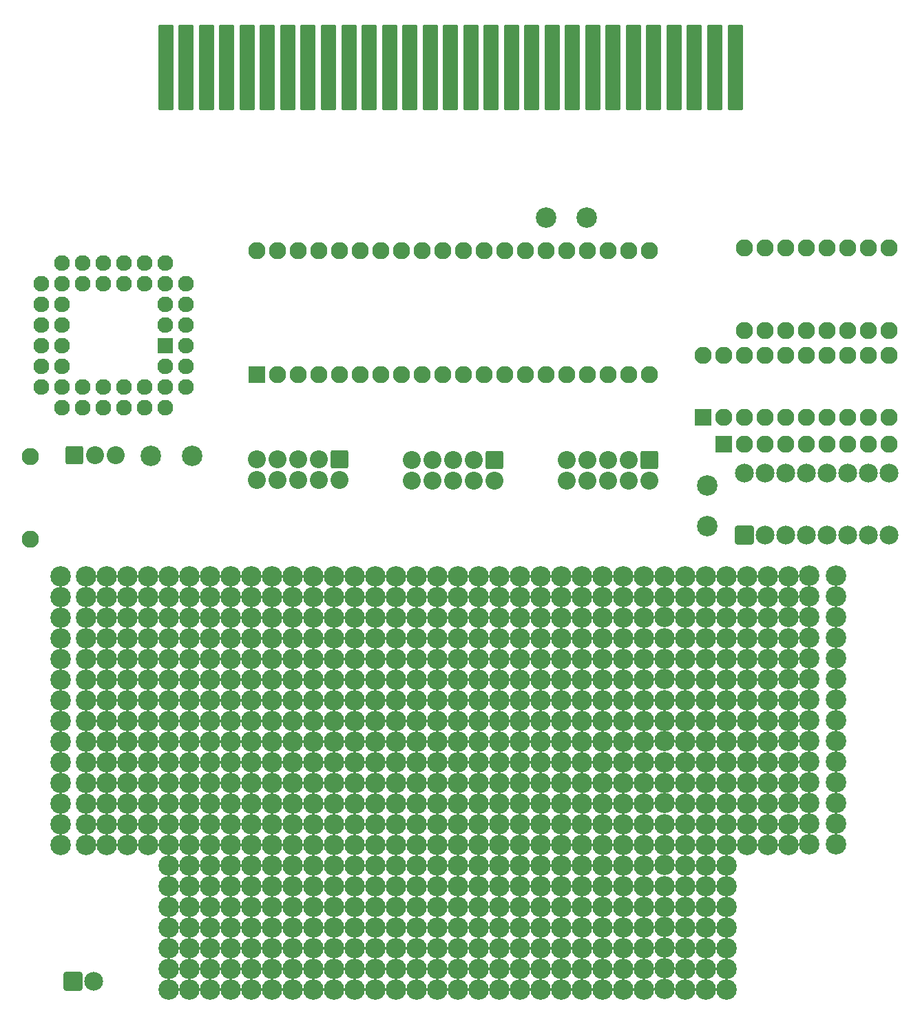
<source format=gts>
%TF.GenerationSoftware,KiCad,Pcbnew,(6.0.8)*%
%TF.CreationDate,2022-11-12T14:36:56+01:00*%
%TF.ProjectId,m061,6d303631-2e6b-4696-9361-645f70636258,1.0*%
%TF.SameCoordinates,Original*%
%TF.FileFunction,Soldermask,Top*%
%TF.FilePolarity,Negative*%
%FSLAX46Y46*%
G04 Gerber Fmt 4.6, Leading zero omitted, Abs format (unit mm)*
G04 Created by KiCad (PCBNEW (6.0.8)) date 2022-11-12 14:36:56*
%MOMM*%
%LPD*%
G01*
G04 APERTURE LIST*
G04 Aperture macros list*
%AMRoundRect*
0 Rectangle with rounded corners*
0 $1 Rounding radius*
0 $2 $3 $4 $5 $6 $7 $8 $9 X,Y pos of 4 corners*
0 Add a 4 corners polygon primitive as box body*
4,1,4,$2,$3,$4,$5,$6,$7,$8,$9,$2,$3,0*
0 Add four circle primitives for the rounded corners*
1,1,$1+$1,$2,$3*
1,1,$1+$1,$4,$5*
1,1,$1+$1,$6,$7*
1,1,$1+$1,$8,$9*
0 Add four rect primitives between the rounded corners*
20,1,$1+$1,$2,$3,$4,$5,0*
20,1,$1+$1,$4,$5,$6,$7,0*
20,1,$1+$1,$6,$7,$8,$9,0*
20,1,$1+$1,$8,$9,$2,$3,0*%
%AMFreePoly0*
4,1,21,0.796972,5.234655,0.879375,5.179595,0.934435,5.097192,0.953770,4.999990,0.953770,-4.999990,0.934435,-5.097192,0.879375,-5.179595,0.796972,-5.234655,0.699770,-5.253990,-0.699770,-5.253990,-0.796972,-5.234655,-0.879375,-5.179595,-0.934435,-5.097192,-0.953770,-4.999990,-0.953770,4.999990,-0.934435,5.097192,-0.879375,5.179595,-0.796972,5.234655,-0.699770,5.253990,0.699770,5.253990,
0.796972,5.234655,0.796972,5.234655,$1*%
G04 Aperture macros list end*
%ADD10C,2.508000*%
%ADD11C,2.108000*%
%ADD12O,2.108000X2.108000*%
%ADD13RoundRect,0.254000X-0.900000X-0.900000X0.900000X-0.900000X0.900000X0.900000X-0.900000X0.900000X0*%
%ADD14C,2.308000*%
%ADD15RoundRect,0.254000X0.900000X-0.900000X0.900000X0.900000X-0.900000X0.900000X-0.900000X-0.900000X0*%
%ADD16RoundRect,0.254000X-0.850000X0.850000X-0.850000X-0.850000X0.850000X-0.850000X0.850000X0.850000X0*%
%ADD17O,2.208000X2.208000*%
%ADD18RoundRect,0.254000X0.800000X-0.800000X0.800000X0.800000X-0.800000X0.800000X-0.800000X-0.800000X0*%
%ADD19FreePoly0,180.000000*%
%ADD20RoundRect,0.254000X0.850000X-0.850000X0.850000X0.850000X-0.850000X0.850000X-0.850000X-0.850000X0*%
%ADD21RoundRect,0.254000X-0.800000X-0.800000X0.800000X-0.800000X0.800000X0.800000X-0.800000X0.800000X0*%
%ADD22RoundRect,0.254000X-0.711200X0.711200X-0.711200X-0.711200X0.711200X-0.711200X0.711200X0.711200X0*%
%ADD23C,1.930400*%
G04 APERTURE END LIST*
D10*
%TO.C,*%
X74295000Y-104140000D03*
%TD*%
%TO.C,*%
X99687939Y-121888344D03*
%TD*%
%TO.C,*%
X69215000Y-147320000D03*
%TD*%
%TO.C,*%
X102235000Y-111760000D03*
%TD*%
%TO.C,*%
X41275000Y-147320000D03*
%TD*%
%TO.C,*%
X102235000Y-139700000D03*
%TD*%
%TO.C,*%
X99687939Y-109220000D03*
%TD*%
%TO.C,*%
X81880422Y-144780000D03*
%TD*%
%TO.C,*%
X97129189Y-134604172D03*
%TD*%
%TO.C,*%
X28575000Y-132080000D03*
%TD*%
%TO.C,*%
X114927939Y-126984172D03*
%TD*%
%TO.C,*%
X59055000Y-127000000D03*
%TD*%
%TO.C,*%
X94615000Y-142240000D03*
%TD*%
%TO.C,*%
X94615000Y-111760000D03*
%TD*%
%TO.C,*%
X86995000Y-104140000D03*
%TD*%
%TO.C,*%
X69215000Y-132080000D03*
%TD*%
%TO.C,*%
X79363068Y-126991396D03*
%TD*%
%TO.C,*%
X48895000Y-142240000D03*
%TD*%
%TO.C,*%
X84455000Y-152400000D03*
%TD*%
%TO.C,*%
X99687939Y-149828344D03*
%TD*%
%TO.C,*%
X31115000Y-127000000D03*
%TD*%
%TO.C,*%
X102235000Y-132080000D03*
%TD*%
%TO.C,*%
X36195000Y-116840000D03*
%TD*%
%TO.C,*%
X25400000Y-111760000D03*
%TD*%
%TO.C,*%
X61595000Y-114300000D03*
%TD*%
%TO.C,*%
X84455000Y-129540000D03*
%TD*%
%TO.C,*%
X59055000Y-116840000D03*
%TD*%
%TO.C,*%
X25400000Y-109220000D03*
%TD*%
%TO.C,*%
X74295000Y-142240000D03*
%TD*%
%TO.C,*%
X89535000Y-116840000D03*
%TD*%
%TO.C,*%
X79375000Y-124460000D03*
%TD*%
%TO.C,*%
X107315000Y-124460000D03*
%TD*%
%TO.C,*%
X92075000Y-109220000D03*
%TD*%
%TO.C,*%
X99687939Y-139700000D03*
%TD*%
%TO.C,*%
X86995000Y-101600000D03*
%TD*%
%TO.C,*%
X46355000Y-129540000D03*
%TD*%
%TO.C,*%
X69215000Y-142240000D03*
%TD*%
%TO.C,*%
X79363068Y-152387094D03*
%TD*%
%TO.C,*%
X74295000Y-121920000D03*
%TD*%
D11*
%TO.C,R1*%
X109474000Y-61214000D03*
D12*
X109474000Y-71374000D03*
%TD*%
D10*
%TO.C,*%
X81880422Y-114300000D03*
%TD*%
%TO.C,*%
X74295000Y-152400000D03*
%TD*%
%TO.C,*%
X56515000Y-124460000D03*
%TD*%
%TO.C,*%
X51435000Y-121920000D03*
%TD*%
%TO.C,*%
X89535000Y-114300000D03*
%TD*%
%TO.C,*%
X94615000Y-104140000D03*
%TD*%
%TO.C,*%
X56515000Y-129540000D03*
%TD*%
%TO.C,*%
X76835000Y-124460000D03*
%TD*%
%TO.C,*%
X102235000Y-101600000D03*
%TD*%
%TO.C,*%
X107315000Y-121920000D03*
%TD*%
%TO.C,*%
X92075000Y-147320000D03*
%TD*%
%TO.C,*%
X112369189Y-116839999D03*
%TD*%
%TO.C,*%
X56515000Y-119380000D03*
%TD*%
%TO.C,*%
X79363068Y-144767094D03*
%TD*%
%TO.C,*%
X79363068Y-129527094D03*
%TD*%
%TO.C,*%
X51435000Y-111760000D03*
%TD*%
%TO.C,*%
X56515000Y-137160000D03*
%TD*%
%TO.C,*%
X28575000Y-114300000D03*
%TD*%
%TO.C,*%
X76835000Y-119380000D03*
%TD*%
%TO.C,*%
X97129189Y-126984172D03*
%TD*%
%TO.C,*%
X74295000Y-149860000D03*
%TD*%
%TO.C,*%
X109855000Y-132080000D03*
%TD*%
%TO.C,*%
X36195000Y-104140000D03*
%TD*%
%TO.C,*%
X41275000Y-119380000D03*
%TD*%
%TO.C,*%
X56515000Y-109220000D03*
%TD*%
%TO.C,*%
X92075000Y-142240000D03*
%TD*%
%TO.C,*%
X109855000Y-119380000D03*
%TD*%
%TO.C,*%
X112369189Y-134604172D03*
%TD*%
%TO.C,*%
X66675000Y-101600000D03*
%TD*%
%TO.C,*%
X31115000Y-101600000D03*
%TD*%
%TO.C,*%
X86995000Y-147320000D03*
%TD*%
%TO.C,*%
X99687939Y-119364172D03*
%TD*%
%TO.C,*%
X38735000Y-139700000D03*
%TD*%
%TO.C,*%
X74295000Y-109220000D03*
%TD*%
%TO.C,*%
X53975000Y-111760000D03*
%TD*%
%TO.C,*%
X43815000Y-137160000D03*
%TD*%
%TO.C,*%
X76835000Y-127000000D03*
%TD*%
%TO.C,*%
X53975000Y-152400000D03*
%TD*%
%TO.C,*%
X84455000Y-149860000D03*
%TD*%
%TO.C,*%
X71755000Y-116840000D03*
%TD*%
%TO.C,*%
X71755000Y-124460000D03*
%TD*%
%TO.C,*%
X46355000Y-116840000D03*
%TD*%
%TO.C,*%
X112369189Y-109219999D03*
%TD*%
%TO.C,*%
X92075000Y-114300000D03*
%TD*%
%TO.C,*%
X69215000Y-149860000D03*
%TD*%
%TO.C,*%
X92075000Y-152400000D03*
%TD*%
%TO.C,*%
X102235000Y-134620000D03*
%TD*%
%TO.C,*%
X107315000Y-116840000D03*
%TD*%
%TO.C,*%
X48895000Y-132080000D03*
%TD*%
%TO.C,*%
X76835000Y-101600000D03*
%TD*%
%TO.C,*%
X114927939Y-124460000D03*
%TD*%
%TO.C,*%
X104775000Y-139700000D03*
%TD*%
%TO.C,*%
X36195000Y-121920000D03*
%TD*%
%TO.C,*%
X33655000Y-116840000D03*
%TD*%
%TO.C,*%
X69215000Y-144780000D03*
%TD*%
%TO.C,*%
X46355000Y-121920000D03*
%TD*%
%TO.C,*%
X76835000Y-139700000D03*
%TD*%
%TO.C,*%
X89535000Y-149860000D03*
%TD*%
%TO.C,*%
X53975000Y-121920000D03*
%TD*%
%TO.C,*%
X89535000Y-106680000D03*
%TD*%
%TO.C,*%
X86995000Y-137160000D03*
%TD*%
%TO.C,*%
X41275000Y-139700000D03*
%TD*%
%TO.C,*%
X64135000Y-132080000D03*
%TD*%
%TO.C,*%
X107315000Y-149860000D03*
%TD*%
%TO.C,*%
X31115000Y-106680000D03*
%TD*%
%TO.C,*%
X117475000Y-114274600D03*
%TD*%
%TO.C,*%
X66675000Y-124460000D03*
%TD*%
%TO.C,*%
X31115000Y-132080000D03*
%TD*%
%TO.C,*%
X71755000Y-137160000D03*
%TD*%
%TO.C,*%
X81880422Y-129540000D03*
%TD*%
%TO.C,*%
X76835000Y-147320000D03*
%TD*%
%TO.C,*%
X71755000Y-139700000D03*
%TD*%
%TO.C,*%
X99687939Y-106648344D03*
%TD*%
%TO.C,*%
X25400000Y-101600000D03*
%TD*%
%TO.C,*%
X114927939Y-121888344D03*
%TD*%
%TO.C,*%
X66675000Y-119380000D03*
%TD*%
%TO.C,*%
X66675000Y-129540000D03*
%TD*%
%TO.C,*%
X107315000Y-144780000D03*
%TD*%
%TO.C,*%
X33655000Y-124460000D03*
%TD*%
%TO.C,*%
X33655000Y-104140000D03*
%TD*%
%TO.C,*%
X74295000Y-139700000D03*
%TD*%
%TO.C,*%
X41275000Y-104140000D03*
%TD*%
%TO.C,*%
X48895000Y-134620000D03*
%TD*%
%TO.C,*%
X38735000Y-142240000D03*
%TD*%
%TO.C,*%
X53975000Y-147320000D03*
%TD*%
%TO.C,*%
X28575000Y-111760000D03*
%TD*%
%TO.C,*%
X59055000Y-149860000D03*
%TD*%
%TO.C,*%
X86995000Y-149860000D03*
%TD*%
%TO.C,*%
X43815000Y-116840000D03*
%TD*%
%TO.C,*%
X56515000Y-132080000D03*
%TD*%
D11*
%TO.C,R7*%
X124714000Y-61214000D03*
D12*
X124714000Y-71374000D03*
%TD*%
D10*
%TO.C,*%
X36195000Y-129540000D03*
%TD*%
%TO.C,*%
X99687939Y-104124172D03*
%TD*%
%TO.C,*%
X48895000Y-116840000D03*
%TD*%
%TO.C,*%
X117475000Y-104114600D03*
%TD*%
%TO.C,*%
X76835000Y-109220000D03*
%TD*%
%TO.C,*%
X81880422Y-149860000D03*
%TD*%
%TO.C,*%
X38735000Y-137160000D03*
%TD*%
%TO.C,*%
X43815000Y-134620000D03*
%TD*%
%TO.C,*%
X38735000Y-114300000D03*
%TD*%
D13*
%TO.C,D1*%
X26919000Y-151384000D03*
D14*
X29459000Y-151384000D03*
%TD*%
D10*
%TO.C,*%
X38735000Y-111760000D03*
%TD*%
%TO.C,*%
X99687939Y-134604172D03*
%TD*%
%TO.C,*%
X66675000Y-114300000D03*
%TD*%
%TO.C,*%
X56515000Y-127000000D03*
%TD*%
%TO.C,*%
X79363068Y-134611396D03*
%TD*%
D11*
%TO.C,R5*%
X119634000Y-61214000D03*
D12*
X119634000Y-71374000D03*
%TD*%
D10*
%TO.C,*%
X31115000Y-114300000D03*
%TD*%
%TO.C,*%
X31115000Y-124460000D03*
%TD*%
%TO.C,*%
X102235000Y-109220000D03*
%TD*%
%TO.C,*%
X41275000Y-134620000D03*
%TD*%
%TO.C,*%
X117475000Y-116814600D03*
%TD*%
%TO.C,*%
X46355000Y-152400000D03*
%TD*%
%TO.C,*%
X102235000Y-129540000D03*
%TD*%
%TO.C,*%
X104775000Y-104140000D03*
%TD*%
%TO.C,*%
X33655000Y-114300000D03*
%TD*%
%TO.C,*%
X36195000Y-134620000D03*
%TD*%
%TO.C,*%
X36195000Y-132080000D03*
%TD*%
%TO.C,*%
X25400000Y-127000000D03*
%TD*%
%TO.C,*%
X46355000Y-106680000D03*
%TD*%
%TO.C,*%
X109855000Y-134620000D03*
%TD*%
%TO.C,*%
X84455000Y-124460000D03*
%TD*%
%TO.C,*%
X53975000Y-149860000D03*
%TD*%
%TO.C,*%
X41275000Y-129540000D03*
%TD*%
%TO.C,*%
X89535000Y-147320000D03*
%TD*%
%TO.C,*%
X56515000Y-139700000D03*
%TD*%
%TO.C,*%
X102235000Y-121920000D03*
%TD*%
%TO.C,*%
X51435000Y-147320000D03*
%TD*%
%TO.C,*%
X64135000Y-106680000D03*
%TD*%
%TO.C,*%
X59055000Y-152400000D03*
%TD*%
%TO.C,*%
X81880422Y-142240000D03*
%TD*%
%TO.C,*%
X92075000Y-106680000D03*
%TD*%
%TO.C,*%
X51435000Y-144780000D03*
%TD*%
%TO.C,*%
X107315000Y-147320000D03*
%TD*%
%TO.C,*%
X114927939Y-114268344D03*
%TD*%
%TO.C,*%
X107315000Y-114300000D03*
%TD*%
%TO.C,*%
X48895000Y-104140000D03*
%TD*%
%TO.C,*%
X71755000Y-114300000D03*
%TD*%
%TO.C,*%
X107315000Y-104140000D03*
%TD*%
D11*
%TO.C,R3*%
X114554000Y-61214000D03*
D12*
X114554000Y-71374000D03*
%TD*%
D10*
%TO.C,*%
X64135000Y-127000000D03*
%TD*%
%TO.C,*%
X97129189Y-139699999D03*
%TD*%
%TO.C,*%
X61595000Y-144780000D03*
%TD*%
D11*
%TO.C,R0*%
X21717000Y-86868000D03*
D12*
X21717000Y-97028000D03*
%TD*%
D10*
%TO.C,*%
X51435000Y-101600000D03*
%TD*%
%TO.C,*%
X97155000Y-129540000D03*
%TD*%
%TO.C,*%
X51435000Y-139700000D03*
%TD*%
%TO.C,*%
X64135000Y-147320000D03*
%TD*%
%TO.C,*%
X64135000Y-119380000D03*
%TD*%
%TO.C,*%
X46355000Y-134620000D03*
%TD*%
%TO.C,*%
X89535000Y-132080000D03*
%TD*%
%TO.C,*%
X31115000Y-129540000D03*
%TD*%
%TO.C,*%
X120777000Y-114274600D03*
%TD*%
%TO.C,*%
X46355000Y-119380000D03*
%TD*%
%TO.C,*%
X71755000Y-111760000D03*
%TD*%
%TO.C,*%
X76835000Y-104140000D03*
%TD*%
%TO.C,*%
X51435000Y-129540000D03*
%TD*%
%TO.C,*%
X99687939Y-129508344D03*
%TD*%
%TO.C,*%
X25400000Y-119380000D03*
%TD*%
%TO.C,*%
X97155000Y-147320000D03*
%TD*%
%TO.C,*%
X61595000Y-104140000D03*
%TD*%
%TO.C,*%
X43815000Y-147320000D03*
%TD*%
%TO.C,*%
X104775000Y-111760000D03*
%TD*%
%TO.C,*%
X104775000Y-101600000D03*
%TD*%
%TO.C,*%
X28575000Y-116840000D03*
%TD*%
%TO.C,*%
X94615000Y-121920000D03*
%TD*%
%TO.C,*%
X89535000Y-111760000D03*
%TD*%
D15*
%TO.C,SW1*%
X109474000Y-96520000D03*
D14*
X112014000Y-96520000D03*
X114554000Y-96520000D03*
X117094000Y-96520000D03*
X119634000Y-96520000D03*
X122174000Y-96520000D03*
X124714000Y-96520000D03*
X127254000Y-96520000D03*
X127254000Y-88900000D03*
X124714000Y-88900000D03*
X122174000Y-88900000D03*
X119634000Y-88900000D03*
X117094000Y-88900000D03*
X114554000Y-88900000D03*
X112014000Y-88900000D03*
X109474000Y-88900000D03*
%TD*%
D10*
%TO.C,*%
X31115000Y-134620000D03*
%TD*%
%TO.C,*%
X43815000Y-101600000D03*
%TD*%
%TO.C,*%
X64135000Y-149860000D03*
%TD*%
%TO.C,*%
X99687939Y-142224172D03*
%TD*%
%TO.C,*%
X94615000Y-116840000D03*
%TD*%
%TO.C,*%
X43815000Y-104140000D03*
%TD*%
%TO.C,*%
X117475000Y-126974600D03*
%TD*%
%TO.C,*%
X64135000Y-129540000D03*
%TD*%
%TO.C,*%
X102235000Y-127000000D03*
%TD*%
%TO.C,*%
X94615000Y-119380000D03*
%TD*%
%TO.C,*%
X120777000Y-134594600D03*
%TD*%
%TO.C,*%
X86995000Y-152400000D03*
%TD*%
%TO.C,*%
X97129189Y-111744172D03*
%TD*%
%TO.C,*%
X53975000Y-137160000D03*
%TD*%
%TO.C,*%
X97129189Y-119364172D03*
%TD*%
%TO.C,*%
X117475000Y-119354600D03*
%TD*%
D11*
%TO.C,R2*%
X112014000Y-61214000D03*
D12*
X112014000Y-71374000D03*
%TD*%
D10*
%TO.C,*%
X74295000Y-147320000D03*
%TD*%
%TO.C,*%
X86995000Y-144780000D03*
%TD*%
%TO.C,*%
X41275000Y-116840000D03*
%TD*%
%TO.C,*%
X112369189Y-124459999D03*
%TD*%
%TO.C,*%
X38735000Y-134620000D03*
%TD*%
%TO.C,*%
X109855000Y-127000000D03*
%TD*%
%TO.C,*%
X69215000Y-114300000D03*
%TD*%
D16*
%TO.C,X3*%
X78790800Y-87269400D03*
D17*
X78790800Y-89809400D03*
X76250800Y-87269400D03*
X76250800Y-89809400D03*
X73710800Y-87269400D03*
X73710800Y-89809400D03*
X71170800Y-87269400D03*
X71170800Y-89809400D03*
X68630800Y-87269400D03*
X68630800Y-89809400D03*
%TD*%
D10*
%TO.C,*%
X97129189Y-109219999D03*
%TD*%
%TO.C,*%
X59055000Y-119380000D03*
%TD*%
%TO.C,*%
X89535000Y-121920000D03*
%TD*%
%TO.C,*%
X109855000Y-109220000D03*
%TD*%
%TO.C,*%
X94615000Y-127000000D03*
%TD*%
%TO.C,*%
X86995000Y-121920000D03*
%TD*%
%TO.C,*%
X109855000Y-111760000D03*
%TD*%
%TO.C,*%
X41275000Y-114300000D03*
%TD*%
%TO.C,*%
X28575000Y-106680000D03*
%TD*%
%TO.C,*%
X84455000Y-116840000D03*
%TD*%
%TO.C,*%
X117475000Y-129514600D03*
%TD*%
D16*
%TO.C,X2*%
X97815400Y-87269400D03*
D17*
X97815400Y-89809400D03*
X95275400Y-87269400D03*
X95275400Y-89809400D03*
X92735400Y-87269400D03*
X92735400Y-89809400D03*
X90195400Y-87269400D03*
X90195400Y-89809400D03*
X87655400Y-87269400D03*
X87655400Y-89809400D03*
%TD*%
D10*
%TO.C,*%
X48895000Y-144780000D03*
%TD*%
%TO.C,*%
X79363068Y-111751396D03*
%TD*%
%TO.C,*%
X71755000Y-101600000D03*
%TD*%
%TO.C,*%
X104775000Y-134620000D03*
%TD*%
D18*
%TO.C,U2*%
X104394000Y-82032000D03*
D12*
X106934000Y-82032000D03*
X109474000Y-82032000D03*
X112014000Y-82032000D03*
X114554000Y-82032000D03*
X117094000Y-82032000D03*
X119634000Y-82032000D03*
X122174000Y-82032000D03*
X124714000Y-82032000D03*
X127254000Y-82032000D03*
X127254000Y-74412000D03*
X124714000Y-74412000D03*
X122174000Y-74412000D03*
X119634000Y-74412000D03*
X117094000Y-74412000D03*
X114554000Y-74412000D03*
X112014000Y-74412000D03*
X109474000Y-74412000D03*
X106934000Y-74412000D03*
X104394000Y-74412000D03*
%TD*%
D10*
%TO.C,*%
X43815000Y-144780000D03*
%TD*%
%TO.C,*%
X59055000Y-104140000D03*
%TD*%
%TO.C,*%
X109855000Y-104140000D03*
%TD*%
%TO.C,*%
X117475000Y-109194600D03*
%TD*%
%TO.C,*%
X61595000Y-137160000D03*
%TD*%
%TO.C,*%
X86995000Y-124460000D03*
%TD*%
%TO.C,C1*%
X104902000Y-90424000D03*
X104902000Y-95424000D03*
%TD*%
%TO.C,*%
X92075000Y-119380000D03*
%TD*%
%TO.C,*%
X43815000Y-106680000D03*
%TD*%
%TO.C,*%
X59055000Y-137160000D03*
%TD*%
%TO.C,*%
X109855000Y-116840000D03*
%TD*%
%TO.C,*%
X99687939Y-126984172D03*
%TD*%
%TO.C,*%
X53975000Y-101600000D03*
%TD*%
%TO.C,*%
X104775000Y-106680000D03*
%TD*%
%TO.C,*%
X76835000Y-116840000D03*
%TD*%
%TO.C,*%
X36195000Y-101600000D03*
%TD*%
%TO.C,*%
X38735000Y-147320000D03*
%TD*%
%TO.C,*%
X84455000Y-147320000D03*
%TD*%
%TO.C,*%
X43815000Y-139700000D03*
%TD*%
%TO.C,*%
X41275000Y-124460000D03*
%TD*%
%TO.C,*%
X43815000Y-121920000D03*
%TD*%
%TO.C,*%
X38735000Y-127000000D03*
%TD*%
%TO.C,*%
X25400000Y-129540000D03*
%TD*%
%TO.C,*%
X114927939Y-109220000D03*
%TD*%
%TO.C,*%
X94615000Y-114300000D03*
%TD*%
%TO.C,*%
X76835000Y-149860000D03*
%TD*%
%TO.C,*%
X99687939Y-111744172D03*
%TD*%
%TO.C,*%
X56515000Y-106680000D03*
%TD*%
%TO.C,*%
X97155000Y-121920000D03*
%TD*%
%TO.C,*%
X64135000Y-144780000D03*
%TD*%
%TO.C,*%
X107315000Y-111760000D03*
%TD*%
%TO.C,C2*%
X41550600Y-86766400D03*
X36550600Y-86766400D03*
%TD*%
%TO.C,*%
X66675000Y-116840000D03*
%TD*%
%TO.C,*%
X107315000Y-129540000D03*
%TD*%
%TO.C,*%
X43815000Y-152400000D03*
%TD*%
%TO.C,*%
X79363068Y-104131396D03*
%TD*%
%TO.C,*%
X33655000Y-121920000D03*
%TD*%
%TO.C,*%
X86995000Y-116840000D03*
%TD*%
%TO.C,*%
X79375000Y-101600000D03*
%TD*%
%TO.C,*%
X94615000Y-144780000D03*
%TD*%
%TO.C,*%
X66675000Y-106680000D03*
%TD*%
%TO.C,*%
X107315000Y-109220000D03*
%TD*%
%TO.C,*%
X79363068Y-142231396D03*
%TD*%
%TO.C,*%
X92075000Y-132080000D03*
%TD*%
%TO.C,*%
X92075000Y-129540000D03*
%TD*%
%TO.C,*%
X112369189Y-132079999D03*
%TD*%
%TO.C,*%
X31115000Y-121920000D03*
%TD*%
%TO.C,*%
X109855000Y-106680000D03*
%TD*%
%TO.C,*%
X112369189Y-101599999D03*
%TD*%
%TO.C,*%
X51435000Y-119380000D03*
%TD*%
%TO.C,*%
X69215000Y-116840000D03*
%TD*%
%TO.C,*%
X81880422Y-147320000D03*
%TD*%
%TO.C,*%
X69215000Y-106680000D03*
%TD*%
%TO.C,*%
X56515000Y-142240000D03*
%TD*%
%TO.C,*%
X28575000Y-119380000D03*
%TD*%
%TO.C,*%
X97155000Y-137160000D03*
%TD*%
%TO.C,*%
X36195000Y-106680000D03*
%TD*%
%TO.C,*%
X79363068Y-114287094D03*
%TD*%
%TO.C,*%
X33655000Y-127000000D03*
%TD*%
%TO.C,*%
X59055000Y-142240000D03*
%TD*%
%TO.C,*%
X51435000Y-114300000D03*
%TD*%
D18*
%TO.C,U3*%
X49535000Y-76840000D03*
D12*
X52075000Y-76840000D03*
X54615000Y-76840000D03*
X57155000Y-76840000D03*
X59695000Y-76840000D03*
X62235000Y-76840000D03*
X64775000Y-76840000D03*
X67315000Y-76840000D03*
X69855000Y-76840000D03*
X72395000Y-76840000D03*
X74935000Y-76840000D03*
X77475000Y-76840000D03*
X80015000Y-76840000D03*
X82555000Y-76840000D03*
X85095000Y-76840000D03*
X87635000Y-76840000D03*
X90175000Y-76840000D03*
X92715000Y-76840000D03*
X95255000Y-76840000D03*
X97795000Y-76840000D03*
X97795000Y-61600000D03*
X95255000Y-61600000D03*
X92715000Y-61600000D03*
X90175000Y-61600000D03*
X87635000Y-61600000D03*
X85095000Y-61600000D03*
X82555000Y-61600000D03*
X80015000Y-61600000D03*
X77475000Y-61600000D03*
X74935000Y-61600000D03*
X72395000Y-61600000D03*
X69855000Y-61600000D03*
X67315000Y-61600000D03*
X64775000Y-61600000D03*
X62235000Y-61600000D03*
X59695000Y-61600000D03*
X57155000Y-61600000D03*
X54615000Y-61600000D03*
X52075000Y-61600000D03*
X49535000Y-61600000D03*
%TD*%
D10*
%TO.C,*%
X28575000Y-127000000D03*
%TD*%
D19*
%TO.C,P2*%
X108356291Y-39024751D03*
X105856931Y-39024751D03*
X103355031Y-39024751D03*
X100855671Y-39024751D03*
X98356311Y-39024751D03*
X95854411Y-39024751D03*
X93355051Y-39024751D03*
X90855691Y-39024751D03*
X88356331Y-39024751D03*
X85854431Y-39024751D03*
X83355071Y-39024751D03*
X80855711Y-39024751D03*
X78356351Y-39024751D03*
X75854451Y-39024751D03*
X73355091Y-39024751D03*
X70855731Y-39024751D03*
X68356371Y-39024751D03*
X65854471Y-39024751D03*
X63355111Y-39024751D03*
X60855751Y-39024751D03*
X58356391Y-39024751D03*
X55854491Y-39024751D03*
X53355131Y-39024751D03*
X50855771Y-39024751D03*
X48356411Y-39024751D03*
X45854511Y-39024751D03*
X43355151Y-39024751D03*
X40855791Y-39024751D03*
X38356431Y-39024751D03*
%TD*%
D10*
%TO.C,*%
X38735000Y-119380000D03*
%TD*%
%TO.C,*%
X104775000Y-124460000D03*
%TD*%
%TO.C,*%
X86995000Y-142240000D03*
%TD*%
%TO.C,*%
X112369189Y-104124172D03*
%TD*%
D11*
%TO.C,R8*%
X127254000Y-61214000D03*
D12*
X127254000Y-71374000D03*
%TD*%
D10*
%TO.C,*%
X79363068Y-106667094D03*
%TD*%
%TO.C,*%
X31115000Y-111760000D03*
%TD*%
%TO.C,*%
X86995000Y-134620000D03*
%TD*%
%TO.C,*%
X59055000Y-144780000D03*
%TD*%
%TO.C,*%
X112395000Y-106680000D03*
%TD*%
%TO.C,*%
X59055000Y-139700000D03*
%TD*%
%TO.C,*%
X66675000Y-144780000D03*
%TD*%
%TO.C,*%
X81880422Y-111760000D03*
%TD*%
%TO.C,*%
X104775000Y-109220000D03*
%TD*%
%TO.C,*%
X48895000Y-149860000D03*
%TD*%
%TO.C,*%
X86995000Y-111760000D03*
%TD*%
%TO.C,*%
X99687939Y-132080000D03*
%TD*%
%TO.C,*%
X66675000Y-132080000D03*
%TD*%
%TO.C,*%
X92075000Y-104140000D03*
%TD*%
%TO.C,*%
X104775000Y-137160000D03*
%TD*%
%TO.C,*%
X97155000Y-144780000D03*
%TD*%
%TO.C,*%
X48895000Y-109220000D03*
%TD*%
%TO.C,*%
X92075000Y-149860000D03*
%TD*%
%TO.C,*%
X81880422Y-101599999D03*
%TD*%
%TO.C,*%
X53975000Y-116840000D03*
%TD*%
%TO.C,*%
X117475000Y-132054600D03*
%TD*%
%TO.C,*%
X48895000Y-129540000D03*
%TD*%
%TO.C,*%
X25400000Y-114300000D03*
%TD*%
%TO.C,*%
X104775000Y-121920000D03*
%TD*%
%TO.C,*%
X64135000Y-101600000D03*
%TD*%
%TO.C,*%
X53975000Y-144780000D03*
%TD*%
%TO.C,*%
X86995000Y-132080000D03*
%TD*%
%TO.C,*%
X117475000Y-121894600D03*
%TD*%
%TO.C,*%
X53975000Y-114300000D03*
%TD*%
%TO.C,*%
X102235000Y-124460000D03*
%TD*%
%TO.C,*%
X25400000Y-134620000D03*
%TD*%
%TO.C,*%
X53975000Y-132080000D03*
%TD*%
%TO.C,*%
X84455000Y-104140000D03*
%TD*%
%TO.C,*%
X117475000Y-111734600D03*
%TD*%
%TO.C,*%
X46355000Y-111760000D03*
%TD*%
%TO.C,*%
X71755000Y-144780000D03*
%TD*%
%TO.C,*%
X74295000Y-101600000D03*
%TD*%
%TO.C,*%
X48895000Y-114300000D03*
%TD*%
%TO.C,*%
X48895000Y-106680000D03*
%TD*%
%TO.C,*%
X59055000Y-147320000D03*
%TD*%
%TO.C,*%
X97129189Y-101599999D03*
%TD*%
%TO.C,*%
X104775000Y-119380000D03*
%TD*%
%TO.C,*%
X84455000Y-132080000D03*
%TD*%
%TO.C,*%
X41275000Y-111760000D03*
%TD*%
%TO.C,*%
X120777000Y-101574600D03*
%TD*%
%TO.C,*%
X46355000Y-149860000D03*
%TD*%
%TO.C,*%
X25400000Y-104140000D03*
%TD*%
%TO.C,*%
X114927939Y-101600000D03*
%TD*%
%TO.C,*%
X120777000Y-119354600D03*
%TD*%
%TO.C,*%
X48895000Y-121920000D03*
%TD*%
%TO.C,*%
X120777000Y-121894600D03*
%TD*%
%TO.C,*%
X104775000Y-142240000D03*
%TD*%
%TO.C,*%
X99687939Y-147288344D03*
%TD*%
%TO.C,*%
X84455000Y-127000000D03*
%TD*%
%TO.C,*%
X76835000Y-144780000D03*
%TD*%
%TO.C,*%
X81880422Y-134620000D03*
%TD*%
%TO.C,*%
X66675000Y-134620000D03*
%TD*%
%TO.C,*%
X71755000Y-147320000D03*
%TD*%
%TO.C,*%
X71755000Y-142240000D03*
%TD*%
%TO.C,*%
X120777000Y-129514600D03*
%TD*%
%TO.C,*%
X48895000Y-127000000D03*
%TD*%
%TO.C,*%
X114927939Y-104124172D03*
%TD*%
%TO.C,*%
X46355000Y-144780000D03*
%TD*%
%TO.C,*%
X84455000Y-137160000D03*
%TD*%
%TO.C,*%
X69215000Y-139700000D03*
%TD*%
%TO.C,*%
X41275000Y-137160000D03*
%TD*%
%TO.C,*%
X86995000Y-109220000D03*
%TD*%
%TO.C,*%
X89535000Y-137160000D03*
%TD*%
%TO.C,*%
X28575000Y-101600000D03*
%TD*%
%TO.C,*%
X89535000Y-152400000D03*
%TD*%
%TO.C,*%
X53975000Y-106680000D03*
%TD*%
%TO.C,*%
X28575000Y-104140000D03*
%TD*%
%TO.C,*%
X36195000Y-119380000D03*
%TD*%
%TO.C,*%
X59055000Y-132080000D03*
%TD*%
%TO.C,*%
X41275000Y-142240000D03*
%TD*%
%TO.C,*%
X41275000Y-152400000D03*
%TD*%
%TO.C,*%
X79363068Y-119371396D03*
%TD*%
%TO.C,*%
X74295000Y-134620000D03*
%TD*%
%TO.C,*%
X84455000Y-144780000D03*
%TD*%
%TO.C,*%
X38735000Y-121920000D03*
%TD*%
%TO.C,*%
X66675000Y-111760000D03*
%TD*%
%TO.C,*%
X56515000Y-144780000D03*
%TD*%
%TO.C,*%
X120777000Y-109194600D03*
%TD*%
%TO.C,*%
X76835000Y-132080000D03*
%TD*%
%TO.C,*%
X97129189Y-124459999D03*
%TD*%
%TO.C,*%
X25400000Y-121920000D03*
%TD*%
%TO.C,*%
X99687939Y-101600000D03*
%TD*%
%TO.C,*%
X46355000Y-142240000D03*
%TD*%
%TO.C,*%
X33655000Y-106680000D03*
%TD*%
%TO.C,*%
X66675000Y-109220000D03*
%TD*%
%TO.C,*%
X46355000Y-101600000D03*
%TD*%
%TO.C,*%
X51435000Y-104140000D03*
%TD*%
%TO.C,*%
X59055000Y-134620000D03*
%TD*%
%TO.C,*%
X41275000Y-121920000D03*
%TD*%
%TO.C,*%
X69215000Y-109220000D03*
%TD*%
%TO.C,*%
X81880422Y-104140000D03*
%TD*%
%TO.C,*%
X79363068Y-149847094D03*
%TD*%
%TO.C,*%
X84455000Y-106680000D03*
%TD*%
%TO.C,*%
X46355000Y-139700000D03*
%TD*%
%TO.C,*%
X71755000Y-109220000D03*
%TD*%
%TO.C,*%
X66675000Y-149860000D03*
%TD*%
%TO.C,*%
X64135000Y-104140000D03*
%TD*%
%TO.C,*%
X36195000Y-114300000D03*
%TD*%
%TO.C,*%
X74295000Y-132080000D03*
%TD*%
%TO.C,*%
X61595000Y-101600000D03*
%TD*%
%TO.C,*%
X53975000Y-104140000D03*
%TD*%
%TO.C,*%
X33655000Y-132080000D03*
%TD*%
%TO.C,*%
X36195000Y-109220000D03*
%TD*%
%TO.C,*%
X38735000Y-132080000D03*
%TD*%
%TO.C,*%
X74295000Y-116840000D03*
%TD*%
%TO.C,*%
X76835000Y-152400000D03*
%TD*%
%TO.C,*%
X46355000Y-124460000D03*
%TD*%
%TO.C,*%
X69215000Y-111760000D03*
%TD*%
%TO.C,*%
X53975000Y-139700000D03*
%TD*%
%TO.C,*%
X94615000Y-109220000D03*
%TD*%
%TO.C,*%
X84455000Y-111760000D03*
%TD*%
%TO.C,*%
X89535000Y-124460000D03*
%TD*%
%TO.C,*%
X53975000Y-134620000D03*
%TD*%
%TO.C,*%
X97155000Y-106680000D03*
%TD*%
%TO.C,*%
X38735000Y-106680000D03*
%TD*%
%TO.C,*%
X43815000Y-132080000D03*
%TD*%
D20*
%TO.C,JP1*%
X27115000Y-86700000D03*
D17*
X29655000Y-86700000D03*
X32195000Y-86700000D03*
%TD*%
D10*
%TO.C,*%
X25400000Y-124460000D03*
%TD*%
%TO.C,*%
X109855000Y-129540000D03*
%TD*%
%TO.C,*%
X74295000Y-111760000D03*
%TD*%
%TO.C,*%
X114927939Y-132080000D03*
%TD*%
%TO.C,*%
X69215000Y-127000000D03*
%TD*%
%TO.C,*%
X114927939Y-116840000D03*
%TD*%
%TO.C,*%
X71755000Y-149860000D03*
%TD*%
%TO.C,*%
X94615000Y-149860000D03*
%TD*%
%TO.C,*%
X61595000Y-139700000D03*
%TD*%
%TO.C,*%
X48895000Y-124460000D03*
%TD*%
%TO.C,*%
X79375000Y-132080000D03*
%TD*%
%TO.C,*%
X109855000Y-124460000D03*
%TD*%
%TO.C,*%
X117475000Y-101574600D03*
%TD*%
%TO.C,*%
X120777000Y-104114600D03*
%TD*%
%TO.C,*%
X99687939Y-137128344D03*
%TD*%
%TO.C,*%
X76835000Y-114300000D03*
%TD*%
%TO.C,*%
X69215000Y-104140000D03*
%TD*%
%TO.C,*%
X61595000Y-149860000D03*
%TD*%
%TO.C,*%
X102235000Y-116840000D03*
%TD*%
%TO.C,*%
X38735000Y-152400000D03*
%TD*%
%TO.C,*%
X56515000Y-116840000D03*
%TD*%
%TO.C,*%
X99687939Y-124460000D03*
%TD*%
%TO.C,*%
X99687939Y-152368344D03*
%TD*%
%TO.C,*%
X114927939Y-129508344D03*
%TD*%
%TO.C,*%
X102235000Y-144780000D03*
%TD*%
%TO.C,*%
X107315000Y-139700000D03*
%TD*%
%TO.C,*%
X102235000Y-106680000D03*
%TD*%
%TO.C,*%
X92075000Y-134620000D03*
%TD*%
%TO.C,*%
X99687939Y-114268344D03*
%TD*%
%TO.C,*%
X107315000Y-134620000D03*
%TD*%
%TO.C,*%
X71755000Y-132080000D03*
%TD*%
%TO.C,*%
X86995000Y-139700000D03*
%TD*%
%TO.C,*%
X61595000Y-124460000D03*
%TD*%
%TO.C,*%
X59055000Y-109220000D03*
%TD*%
%TO.C,*%
X74295000Y-124460000D03*
%TD*%
%TO.C,*%
X104775000Y-132080000D03*
%TD*%
%TO.C,*%
X69215000Y-129540000D03*
%TD*%
D21*
%TO.C,RN1*%
X106919000Y-85344000D03*
D12*
X109459000Y-85344000D03*
X111999000Y-85344000D03*
X114539000Y-85344000D03*
X117079000Y-85344000D03*
X119619000Y-85344000D03*
X122159000Y-85344000D03*
X124699000Y-85344000D03*
X127239000Y-85344000D03*
%TD*%
D10*
%TO.C,*%
X74295000Y-114300000D03*
%TD*%
%TO.C,*%
X51435000Y-142240000D03*
%TD*%
%TO.C,*%
X51435000Y-137160000D03*
%TD*%
%TO.C,*%
X53975000Y-124460000D03*
%TD*%
%TO.C,*%
X120777000Y-111734600D03*
%TD*%
%TO.C,*%
X97129189Y-142224172D03*
%TD*%
%TO.C,*%
X97155000Y-114300000D03*
%TD*%
%TO.C,*%
X56515000Y-104140000D03*
%TD*%
%TO.C,*%
X114927939Y-134604172D03*
%TD*%
%TO.C,*%
X89535000Y-134620000D03*
%TD*%
%TO.C,*%
X61595000Y-106680000D03*
%TD*%
%TO.C,*%
X81880422Y-152400000D03*
%TD*%
%TO.C,*%
X92075000Y-101600000D03*
%TD*%
%TO.C,*%
X84455000Y-119380000D03*
%TD*%
%TO.C,*%
X61595000Y-152400000D03*
%TD*%
%TO.C,*%
X31115000Y-104140000D03*
%TD*%
%TO.C,*%
X28575000Y-121920000D03*
%TD*%
%TO.C,*%
X43815000Y-119380000D03*
%TD*%
%TO.C,*%
X104775000Y-116840000D03*
%TD*%
%TO.C,*%
X61595000Y-134620000D03*
%TD*%
%TO.C,*%
X76835000Y-134620000D03*
%TD*%
%TO.C,*%
X120777000Y-124434600D03*
%TD*%
%TO.C,*%
X33655000Y-119380000D03*
%TD*%
%TO.C,*%
X112369189Y-119364172D03*
%TD*%
%TO.C,*%
X79375000Y-109220000D03*
%TD*%
%TO.C,*%
X61595000Y-121920000D03*
%TD*%
%TO.C,*%
X102235000Y-149860000D03*
%TD*%
%TO.C,*%
X107315000Y-101600000D03*
%TD*%
D11*
%TO.C,R4*%
X117094000Y-61214000D03*
D12*
X117094000Y-71374000D03*
%TD*%
D10*
%TO.C,*%
X48895000Y-152400000D03*
%TD*%
%TO.C,*%
X56515000Y-134620000D03*
%TD*%
%TO.C,*%
X36195000Y-124460000D03*
%TD*%
%TO.C,*%
X43815000Y-127000000D03*
%TD*%
%TO.C,*%
X74295000Y-127000000D03*
%TD*%
%TO.C,*%
X38735000Y-101600000D03*
%TD*%
%TO.C,*%
X81880422Y-127000000D03*
%TD*%
%TO.C,*%
X51435000Y-116840000D03*
%TD*%
%TO.C,*%
X66675000Y-139700000D03*
%TD*%
%TO.C,*%
X92075000Y-139700000D03*
%TD*%
%TO.C,*%
X86995000Y-127000000D03*
%TD*%
%TO.C,*%
X97155000Y-152400000D03*
%TD*%
%TO.C,*%
X94615000Y-134620000D03*
%TD*%
%TO.C,*%
X38735000Y-129540000D03*
%TD*%
%TO.C,*%
X76835000Y-129540000D03*
%TD*%
%TO.C,*%
X46355000Y-137160000D03*
%TD*%
%TO.C,*%
X38735000Y-109220000D03*
%TD*%
%TO.C,*%
X28575000Y-134620000D03*
%TD*%
%TO.C,*%
X92075000Y-144780000D03*
%TD*%
%TO.C,*%
X56515000Y-114300000D03*
%TD*%
D16*
%TO.C,X1*%
X59690000Y-87249000D03*
D17*
X59690000Y-89789000D03*
X57150000Y-87249000D03*
X57150000Y-89789000D03*
X54610000Y-87249000D03*
X54610000Y-89789000D03*
X52070000Y-87249000D03*
X52070000Y-89789000D03*
X49530000Y-87249000D03*
X49530000Y-89789000D03*
%TD*%
D10*
%TO.C,*%
X66675000Y-152400000D03*
%TD*%
%TO.C,*%
X48895000Y-111760000D03*
%TD*%
%TO.C,*%
X109855000Y-101600000D03*
%TD*%
%TO.C,*%
X59055000Y-121920000D03*
%TD*%
%TO.C,*%
X86995000Y-129540000D03*
%TD*%
%TO.C,*%
X94615000Y-137160000D03*
%TD*%
%TO.C,*%
X66675000Y-127000000D03*
%TD*%
%TO.C,*%
X84455000Y-114300000D03*
%TD*%
%TO.C,*%
X61595000Y-127000000D03*
%TD*%
%TO.C,*%
X41275000Y-101600000D03*
%TD*%
%TO.C,*%
X89535000Y-101600000D03*
%TD*%
%TO.C,*%
X64135000Y-114300000D03*
%TD*%
%TO.C,*%
X69215000Y-137160000D03*
%TD*%
%TO.C,*%
X94615000Y-129540000D03*
%TD*%
%TO.C,*%
X46355000Y-132080000D03*
%TD*%
%TO.C,*%
X84455000Y-121920000D03*
%TD*%
D11*
%TO.C,R6*%
X122174000Y-61214000D03*
D12*
X122174000Y-71374000D03*
%TD*%
D10*
%TO.C,*%
X84455000Y-109220000D03*
%TD*%
%TO.C,*%
X64135000Y-111760000D03*
%TD*%
%TO.C,*%
X61595000Y-119380000D03*
%TD*%
%TO.C,*%
X89535000Y-127000000D03*
%TD*%
%TO.C,*%
X107315000Y-106680000D03*
%TD*%
%TO.C,*%
X74295000Y-106680000D03*
%TD*%
%TO.C,*%
X36195000Y-127000000D03*
%TD*%
%TO.C,*%
X51435000Y-109220000D03*
%TD*%
%TO.C,*%
X28575000Y-109220000D03*
%TD*%
%TO.C,*%
X59055000Y-114300000D03*
%TD*%
%TO.C,*%
X33655000Y-134620000D03*
%TD*%
%TO.C,*%
X46355000Y-114300000D03*
%TD*%
%TO.C,*%
X36195000Y-111760000D03*
%TD*%
%TO.C,*%
X94615000Y-132080000D03*
%TD*%
%TO.C,*%
X33655000Y-111760000D03*
%TD*%
%TO.C,*%
X28575000Y-124460000D03*
%TD*%
%TO.C,*%
X31115000Y-119380000D03*
%TD*%
%TO.C,*%
X51435000Y-127000000D03*
%TD*%
%TO.C,*%
X81880422Y-132079999D03*
%TD*%
%TO.C,*%
X64135000Y-142240000D03*
%TD*%
%TO.C,*%
X66675000Y-137160000D03*
%TD*%
%TO.C,*%
X41275000Y-144780000D03*
%TD*%
%TO.C,*%
X84455000Y-134620000D03*
%TD*%
%TO.C,*%
X43815000Y-109220000D03*
%TD*%
%TO.C,*%
X64135000Y-121920000D03*
%TD*%
%TO.C,*%
X74295000Y-129540000D03*
%TD*%
%TO.C,*%
X76835000Y-106680000D03*
%TD*%
%TO.C,*%
X43815000Y-142240000D03*
%TD*%
%TO.C,*%
X33655000Y-109220000D03*
%TD*%
%TO.C,*%
X76835000Y-121920000D03*
%TD*%
%TO.C,*%
X64135000Y-139700000D03*
%TD*%
%TO.C,*%
X102235000Y-152400000D03*
%TD*%
%TO.C,*%
X41275000Y-149860000D03*
%TD*%
%TO.C,*%
X81880422Y-137160000D03*
%TD*%
%TO.C,*%
X71755000Y-121920000D03*
%TD*%
%TO.C,*%
X48895000Y-137160000D03*
%TD*%
%TO.C,*%
X38735000Y-104140000D03*
%TD*%
%TO.C,*%
X117475000Y-134594600D03*
%TD*%
%TO.C,*%
X41275000Y-106680000D03*
%TD*%
%TO.C,*%
X102235000Y-137160000D03*
%TD*%
%TO.C,*%
X56515000Y-149860000D03*
%TD*%
%TO.C,*%
X81880422Y-116839999D03*
%TD*%
%TO.C,*%
X56515000Y-111760000D03*
%TD*%
%TO.C,*%
X69215000Y-101600000D03*
%TD*%
%TO.C,*%
X41275000Y-132080000D03*
%TD*%
%TO.C,*%
X71755000Y-119380000D03*
%TD*%
%TO.C,*%
X33655000Y-129540000D03*
%TD*%
%TO.C,*%
X94615000Y-139700000D03*
%TD*%
%TO.C,*%
X64135000Y-137160000D03*
%TD*%
%TO.C,*%
X112395000Y-114300000D03*
%TD*%
%TO.C,*%
X94615000Y-101600000D03*
%TD*%
%TO.C,*%
X43815000Y-129540000D03*
%TD*%
%TO.C,*%
X89535000Y-139700000D03*
%TD*%
%TO.C,*%
X120777000Y-116814600D03*
%TD*%
%TO.C,*%
X61595000Y-111760000D03*
%TD*%
%TO.C,*%
X74295000Y-137160000D03*
%TD*%
%TO.C,*%
X97129189Y-132079999D03*
%TD*%
%TO.C,*%
X114927939Y-111744172D03*
%TD*%
%TO.C,*%
X53975000Y-119380000D03*
%TD*%
%TO.C,*%
X89535000Y-144780000D03*
%TD*%
%TO.C,*%
X99687939Y-116840000D03*
%TD*%
%TO.C,*%
X71755000Y-152400000D03*
%TD*%
%TO.C,*%
X56515000Y-101600000D03*
%TD*%
%TO.C,*%
X46355000Y-127000000D03*
%TD*%
%TO.C,*%
X94615000Y-124460000D03*
%TD*%
%TO.C,*%
X94615000Y-106680000D03*
%TD*%
%TO.C,*%
X97129189Y-104124172D03*
%TD*%
%TO.C,*%
X43815000Y-124460000D03*
%TD*%
%TO.C,*%
X66675000Y-104140000D03*
%TD*%
%TO.C,*%
X112369189Y-111744172D03*
%TD*%
%TO.C,*%
X48895000Y-101600000D03*
%TD*%
%TO.C,*%
X112369189Y-126984172D03*
%TD*%
%TO.C,*%
X66675000Y-121920000D03*
%TD*%
%TO.C,*%
X46355000Y-104140000D03*
%TD*%
%TO.C,*%
X89535000Y-142240000D03*
%TD*%
%TO.C,*%
X56515000Y-147320000D03*
%TD*%
%TO.C,*%
X41275000Y-109220000D03*
%TD*%
%TO.C,*%
X64135000Y-109220000D03*
%TD*%
%TO.C,*%
X59055000Y-111760000D03*
%TD*%
%TO.C,*%
X104775000Y-149860000D03*
%TD*%
%TO.C,*%
X64135000Y-116840000D03*
%TD*%
%TO.C,*%
X31115000Y-116840000D03*
%TD*%
%TO.C,*%
X66675000Y-147320000D03*
%TD*%
%TO.C,*%
X81880422Y-121920000D03*
%TD*%
%TO.C,*%
X69215000Y-121920000D03*
%TD*%
%TO.C,*%
X76835000Y-111760000D03*
%TD*%
%TO.C,*%
X25400000Y-116840000D03*
%TD*%
%TO.C,*%
X89535000Y-129540000D03*
%TD*%
%TO.C,*%
X53975000Y-142240000D03*
%TD*%
%TO.C,*%
X79363068Y-121907094D03*
%TD*%
%TO.C,*%
X46355000Y-109220000D03*
%TD*%
%TO.C,*%
X81880422Y-124459999D03*
%TD*%
%TO.C,*%
X107315000Y-119380000D03*
%TD*%
%TO.C,*%
X33655000Y-101600000D03*
%TD*%
%TO.C,*%
X66675000Y-142240000D03*
%TD*%
%TO.C,*%
X71755000Y-106680000D03*
%TD*%
%TO.C,*%
X76835000Y-137160000D03*
%TD*%
%TO.C,*%
X102235000Y-119380000D03*
%TD*%
%TO.C,*%
X104775000Y-152400000D03*
%TD*%
%TO.C,*%
X64135000Y-134620000D03*
%TD*%
%TO.C,*%
X104775000Y-129540000D03*
%TD*%
%TO.C,*%
X41275000Y-127000000D03*
%TD*%
%TO.C,*%
X48895000Y-119380000D03*
%TD*%
%TO.C,*%
X92075000Y-127000000D03*
%TD*%
%TO.C,*%
X117475000Y-124434600D03*
%TD*%
%TO.C,*%
X92075000Y-111760000D03*
%TD*%
%TO.C,*%
X61595000Y-116840000D03*
%TD*%
%TO.C,*%
X120777000Y-106654600D03*
%TD*%
%TO.C,*%
X102235000Y-142240000D03*
%TD*%
%TO.C,*%
X112395000Y-121920000D03*
%TD*%
%TO.C,*%
X69215000Y-152400000D03*
%TD*%
%TO.C,*%
X89535000Y-104140000D03*
%TD*%
%TO.C,*%
X92075000Y-124460000D03*
%TD*%
%TO.C,*%
X107315000Y-137160000D03*
%TD*%
%TO.C,*%
X107315000Y-127000000D03*
%TD*%
%TO.C,*%
X84455000Y-101600000D03*
%TD*%
%TO.C,*%
X112395000Y-129540000D03*
%TD*%
%TO.C,*%
X104775000Y-127000000D03*
%TD*%
%TO.C,*%
X51435000Y-152400000D03*
%TD*%
%TO.C,*%
X61595000Y-129540000D03*
%TD*%
%TO.C,*%
X64135000Y-124460000D03*
%TD*%
%TO.C,*%
X81880422Y-139699999D03*
%TD*%
%TO.C,*%
X38735000Y-144780000D03*
%TD*%
%TO.C,*%
X43815000Y-149860000D03*
%TD*%
%TO.C,*%
X102235000Y-104140000D03*
%TD*%
%TO.C,*%
X59055000Y-106680000D03*
%TD*%
%TO.C,*%
X97129189Y-116839999D03*
%TD*%
%TO.C,*%
X79363068Y-147307094D03*
%TD*%
%TO.C,*%
X59055000Y-124460000D03*
%TD*%
%TO.C,*%
X81880422Y-109219999D03*
%TD*%
%TO.C,*%
X43815000Y-111760000D03*
%TD*%
%TO.C,*%
X81880422Y-119380000D03*
%TD*%
%TO.C,*%
X59055000Y-101600000D03*
%TD*%
%TO.C,*%
X84455000Y-142240000D03*
%TD*%
%TO.C,*%
X43815000Y-114300000D03*
%TD*%
%TO.C,*%
X61595000Y-147320000D03*
%TD*%
%TO.C,*%
X51435000Y-134620000D03*
%TD*%
%TO.C,*%
X53975000Y-129540000D03*
%TD*%
%TO.C,*%
X102235000Y-147320000D03*
%TD*%
%TO.C,*%
X69215000Y-119380000D03*
%TD*%
%TO.C,*%
X86995000Y-114300000D03*
%TD*%
%TO.C,*%
X92075000Y-137160000D03*
%TD*%
%TO.C,*%
X92075000Y-116840000D03*
%TD*%
%TO.C,*%
X74295000Y-119380000D03*
%TD*%
%TO.C,*%
X94615000Y-147320000D03*
%TD*%
%TO.C,*%
X81880422Y-106680000D03*
%TD*%
%TO.C,*%
X51435000Y-124460000D03*
%TD*%
%TO.C,*%
X28575000Y-129540000D03*
%TD*%
%TO.C,*%
X79375000Y-116840000D03*
%TD*%
%TO.C,*%
X86995000Y-106680000D03*
%TD*%
%TO.C,*%
X109855000Y-114300000D03*
%TD*%
%TO.C,*%
X84455000Y-139700000D03*
%TD*%
%TO.C,*%
X64135000Y-152400000D03*
%TD*%
%TO.C,*%
X38735000Y-149860000D03*
%TD*%
%TO.C,*%
X25400000Y-132100000D03*
%TD*%
%TO.C,*%
X46355000Y-147320000D03*
%TD*%
%TO.C,*%
X31115000Y-109220000D03*
%TD*%
%TO.C,*%
X71755000Y-134620000D03*
%TD*%
%TO.C,*%
X104775000Y-144780000D03*
%TD*%
%TO.C,*%
X48895000Y-139700000D03*
%TD*%
%TO.C,*%
X86995000Y-119380000D03*
%TD*%
%TO.C,*%
X51435000Y-149860000D03*
%TD*%
%TO.C,*%
X25400000Y-106680000D03*
%TD*%
%TO.C,*%
X74295000Y-144780000D03*
%TD*%
%TO.C,*%
X61595000Y-132080000D03*
%TD*%
%TO.C,*%
X89535000Y-109220000D03*
%TD*%
%TO.C,*%
X109855000Y-121920000D03*
%TD*%
%TO.C,*%
X79375000Y-139700000D03*
%TD*%
%TO.C,C3*%
X85100000Y-57500000D03*
X90100000Y-57500000D03*
%TD*%
%TO.C,*%
X76835000Y-142240000D03*
%TD*%
%TO.C,*%
X107315000Y-142240000D03*
%TD*%
%TO.C,*%
X107315000Y-132080000D03*
%TD*%
%TO.C,*%
X71755000Y-127000000D03*
%TD*%
%TO.C,*%
X51435000Y-106680000D03*
%TD*%
%TO.C,*%
X117475000Y-106654600D03*
%TD*%
%TO.C,*%
X69215000Y-134620000D03*
%TD*%
%TO.C,*%
X104775000Y-114300000D03*
%TD*%
%TO.C,*%
X114927939Y-119364172D03*
%TD*%
%TO.C,*%
X56515000Y-152400000D03*
%TD*%
%TO.C,*%
X107315000Y-152400000D03*
%TD*%
%TO.C,*%
X89535000Y-119380000D03*
%TD*%
%TO.C,*%
X61595000Y-142240000D03*
%TD*%
%TO.C,*%
X48895000Y-147320000D03*
%TD*%
%TO.C,*%
X71755000Y-104140000D03*
%TD*%
%TO.C,*%
X38735000Y-116840000D03*
%TD*%
D22*
%TO.C,U1*%
X38303200Y-73279000D03*
D23*
X40843200Y-70739000D03*
X38303200Y-70739000D03*
X40843200Y-68199000D03*
X38303200Y-68199000D03*
X40843200Y-65659000D03*
X38303200Y-63119000D03*
X38303200Y-65659000D03*
X35763200Y-63119000D03*
X35763200Y-65659000D03*
X33223200Y-63119000D03*
X33223200Y-65659000D03*
X30683200Y-63119000D03*
X30683200Y-65659000D03*
X28143200Y-63119000D03*
X28143200Y-65659000D03*
X25603200Y-63119000D03*
X23063200Y-65659000D03*
X25603200Y-65659000D03*
X23063200Y-68199000D03*
X25603200Y-68199000D03*
X23063200Y-70739000D03*
X25603200Y-70739000D03*
X23063200Y-73279000D03*
X25603200Y-73279000D03*
X23063200Y-75819000D03*
X25603200Y-75819000D03*
X23063200Y-78359000D03*
X25603200Y-80899000D03*
X25603200Y-78359000D03*
X28143200Y-80899000D03*
X28143200Y-78359000D03*
X30683200Y-80899000D03*
X30683200Y-78359000D03*
X33223200Y-80899000D03*
X33223200Y-78359000D03*
X35763200Y-80899000D03*
X35763200Y-78359000D03*
X38303200Y-80899000D03*
X40843200Y-78359000D03*
X38303200Y-78359000D03*
X40843200Y-75819000D03*
X38303200Y-75819000D03*
X40843200Y-73279000D03*
%TD*%
D10*
%TO.C,*%
X38735000Y-124460000D03*
%TD*%
%TO.C,*%
X61595000Y-109220000D03*
%TD*%
%TO.C,*%
X69215000Y-124460000D03*
%TD*%
%TO.C,*%
X114927939Y-106648344D03*
%TD*%
%TO.C,*%
X104775000Y-147320000D03*
%TD*%
%TO.C,*%
X102235000Y-114300000D03*
%TD*%
%TO.C,*%
X71755000Y-129540000D03*
%TD*%
%TO.C,*%
X56515000Y-121920000D03*
%TD*%
%TO.C,*%
X51435000Y-132080000D03*
%TD*%
%TO.C,*%
X53975000Y-109220000D03*
%TD*%
%TO.C,*%
X59055000Y-129540000D03*
%TD*%
%TO.C,*%
X92075000Y-121920000D03*
%TD*%
%TO.C,*%
X94615000Y-152400000D03*
%TD*%
%TO.C,*%
X99687939Y-144748344D03*
%TD*%
%TO.C,*%
X53975000Y-127000000D03*
%TD*%
%TO.C,*%
X97155000Y-149860000D03*
%TD*%
%TO.C,*%
X120777000Y-126974600D03*
%TD*%
%TO.C,*%
X120777000Y-132054600D03*
%TD*%
%TO.C,*%
X79363068Y-137147094D03*
%TD*%
M02*

</source>
